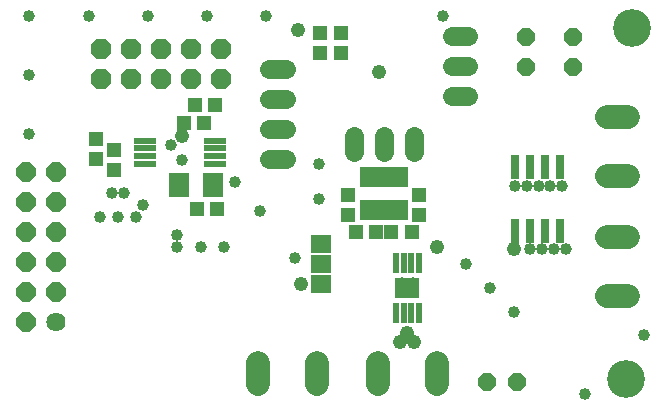
<source format=gbs>
G75*
%MOIN*%
%OFA0B0*%
%FSLAX25Y25*%
%IPPOS*%
%LPD*%
%AMOC8*
5,1,8,0,0,1.08239X$1,22.5*
%
%ADD10C,0.12611*%
%ADD11R,0.07099X0.07887*%
%ADD12R,0.07887X0.07099*%
%ADD13R,0.07808X0.02454*%
%ADD14R,0.06706X0.05918*%
%ADD15C,0.06400*%
%ADD16OC8,0.06000*%
%ADD17R,0.03162X0.07887*%
%ADD18R,0.05131X0.04737*%
%ADD19R,0.04737X0.05131*%
%ADD20C,0.06400*%
%ADD21OC8,0.06400*%
%ADD22OC8,0.06800*%
%ADD23R,0.02375X0.07099*%
%ADD24R,0.08241X0.06981*%
%ADD25C,0.07850*%
%ADD26C,0.04762*%
%ADD27C,0.03975*%
D10*
X0216382Y0030300D03*
X0218350Y0147230D03*
D11*
X0078587Y0094867D03*
X0067563Y0094867D03*
D12*
X0131736Y0097623D03*
X0139610Y0097623D03*
X0139610Y0086600D03*
X0131736Y0086600D03*
D13*
X0079453Y0102052D03*
X0079453Y0104612D03*
X0079453Y0107171D03*
X0079453Y0109730D03*
X0056067Y0109730D03*
X0056067Y0107171D03*
X0056067Y0104612D03*
X0056067Y0102052D03*
D14*
X0114807Y0075182D03*
X0114807Y0068489D03*
X0114807Y0061797D03*
D15*
X0103040Y0103647D02*
X0097440Y0103647D01*
X0097440Y0113647D02*
X0103040Y0113647D01*
X0103040Y0123726D02*
X0097440Y0123726D01*
X0097440Y0133726D02*
X0103040Y0133726D01*
X0125594Y0111368D02*
X0125594Y0105768D01*
X0135594Y0105768D02*
X0135594Y0111368D01*
X0145594Y0111368D02*
X0145594Y0105768D01*
X0158267Y0124434D02*
X0163867Y0124434D01*
X0163867Y0134434D02*
X0158267Y0134434D01*
X0158267Y0144434D02*
X0163867Y0144434D01*
D16*
X0182917Y0144356D03*
X0182917Y0134356D03*
X0198665Y0134356D03*
X0198665Y0144356D03*
X0180043Y0029119D03*
X0170043Y0029119D03*
D17*
X0179354Y0079513D03*
X0184354Y0079513D03*
X0189354Y0079513D03*
X0194354Y0079513D03*
X0194354Y0100773D03*
X0189354Y0100773D03*
X0184354Y0100773D03*
X0179354Y0100773D03*
D18*
X0147484Y0091521D03*
X0147484Y0084828D03*
X0123862Y0084828D03*
X0123862Y0091521D03*
X0121500Y0138962D03*
X0114413Y0138962D03*
X0114413Y0145655D03*
X0121500Y0145655D03*
X0045909Y0106482D03*
X0039610Y0103726D03*
X0045909Y0099789D03*
X0039610Y0110419D03*
D19*
X0068941Y0115734D03*
X0075634Y0115734D03*
X0072878Y0121639D03*
X0079571Y0121639D03*
X0079965Y0086993D03*
X0073272Y0086993D03*
X0126421Y0079119D03*
X0133114Y0079119D03*
X0138232Y0079119D03*
X0144925Y0079119D03*
D20*
X0026500Y0049395D03*
D21*
X0016500Y0049395D03*
X0016500Y0059395D03*
X0026500Y0059395D03*
X0026500Y0069395D03*
X0026500Y0079395D03*
X0026500Y0089395D03*
X0016500Y0089395D03*
X0016500Y0079395D03*
X0016500Y0069395D03*
X0016500Y0099395D03*
X0026500Y0099395D03*
D22*
X0041264Y0130419D03*
X0051264Y0130419D03*
X0061264Y0130419D03*
X0071264Y0130419D03*
X0081264Y0130419D03*
X0081264Y0140419D03*
X0071264Y0140419D03*
X0061264Y0140419D03*
X0051264Y0140419D03*
X0041264Y0140419D03*
D23*
X0139709Y0068883D03*
X0142268Y0068883D03*
X0144827Y0068883D03*
X0147386Y0068883D03*
X0147386Y0052348D03*
X0144827Y0052348D03*
X0142268Y0052348D03*
X0139709Y0052348D03*
D24*
X0143547Y0060615D03*
D25*
X0133705Y0035518D02*
X0133705Y0028468D01*
X0113390Y0028468D02*
X0113390Y0035518D01*
X0093705Y0035518D02*
X0093705Y0028468D01*
X0153390Y0028468D02*
X0153390Y0035518D01*
X0209983Y0058017D02*
X0217033Y0058017D01*
X0217033Y0077702D02*
X0209983Y0077702D01*
X0209983Y0098017D02*
X0217033Y0098017D01*
X0217033Y0117702D02*
X0209983Y0117702D01*
D26*
X0178980Y0073608D03*
X0153390Y0074395D03*
X0143547Y0045655D03*
X0141185Y0042505D03*
X0145909Y0042505D03*
X0108114Y0061797D03*
X0068350Y0111403D03*
X0106933Y0146442D03*
X0134098Y0132663D03*
D27*
X0155358Y0151167D03*
X0096303Y0151167D03*
X0076618Y0151167D03*
X0056933Y0151167D03*
X0037248Y0151167D03*
X0017563Y0151167D03*
X0017563Y0131482D03*
X0017563Y0111797D03*
X0045122Y0092112D03*
X0049059Y0092112D03*
X0055358Y0088175D03*
X0052996Y0084238D03*
X0047091Y0084238D03*
X0041185Y0084238D03*
X0066776Y0078332D03*
X0066776Y0074395D03*
X0074650Y0074395D03*
X0082524Y0074395D03*
X0094335Y0086206D03*
X0086067Y0096049D03*
X0068350Y0103135D03*
X0064807Y0108253D03*
X0114020Y0101954D03*
X0114020Y0090143D03*
X0106146Y0070458D03*
X0141579Y0062190D03*
X0145516Y0062190D03*
X0163232Y0068489D03*
X0171106Y0060615D03*
X0178980Y0052741D03*
X0184492Y0073608D03*
X0188429Y0073608D03*
X0192366Y0073608D03*
X0196303Y0073608D03*
X0195122Y0094474D03*
X0191185Y0094474D03*
X0187248Y0094474D03*
X0183311Y0094474D03*
X0179374Y0094474D03*
X0222287Y0044867D03*
X0202602Y0025182D03*
M02*

</source>
